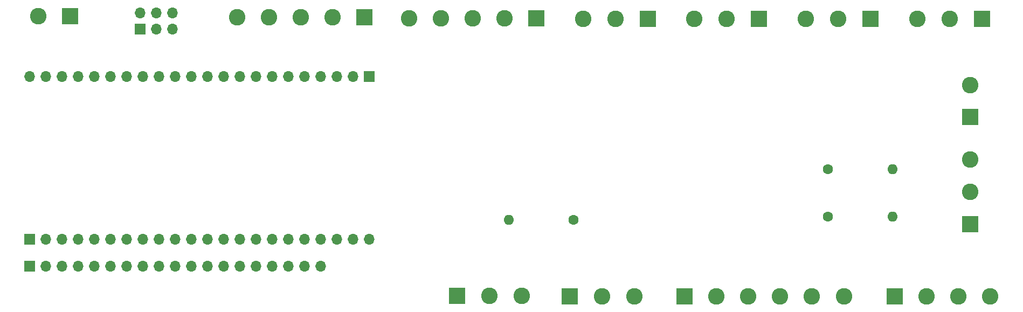
<source format=gbr>
%TF.GenerationSoftware,KiCad,Pcbnew,(6.0.10)*%
%TF.CreationDate,2025-06-24T19:53:16+02:00*%
%TF.ProjectId,esp_shield,6573705f-7368-4696-956c-642e6b696361,1.0*%
%TF.SameCoordinates,Original*%
%TF.FileFunction,Soldermask,Bot*%
%TF.FilePolarity,Negative*%
%FSLAX46Y46*%
G04 Gerber Fmt 4.6, Leading zero omitted, Abs format (unit mm)*
G04 Created by KiCad (PCBNEW (6.0.10)) date 2025-06-24 19:53:16*
%MOMM*%
%LPD*%
G01*
G04 APERTURE LIST*
%ADD10R,1.700000X1.700000*%
%ADD11O,1.700000X1.700000*%
%ADD12R,2.600000X2.600000*%
%ADD13C,2.600000*%
%ADD14O,1.600000X1.600000*%
%ADD15C,1.600000*%
G04 APERTURE END LIST*
D10*
%TO.C,J17*%
X89150000Y-116750000D03*
D11*
X91690000Y-116750000D03*
X94230000Y-116750000D03*
X96770000Y-116750000D03*
X99310000Y-116750000D03*
X101850000Y-116750000D03*
X104390000Y-116750000D03*
X106930000Y-116750000D03*
X109470000Y-116750000D03*
X112010000Y-116750000D03*
X114550000Y-116750000D03*
X117090000Y-116750000D03*
X119630000Y-116750000D03*
X122170000Y-116750000D03*
X124710000Y-116750000D03*
X127250000Y-116750000D03*
X129790000Y-116750000D03*
X132330000Y-116750000D03*
X134870000Y-116750000D03*
%TD*%
D10*
%TO.C,J16*%
X106500000Y-79500000D03*
D11*
X106500000Y-76960000D03*
X109040000Y-79500000D03*
X109040000Y-76960000D03*
X111580000Y-79500000D03*
X111580000Y-76960000D03*
%TD*%
D12*
%TO.C,J11*%
X168701000Y-77866001D03*
D13*
X163701000Y-77866001D03*
X158701000Y-77866001D03*
X153701000Y-77866001D03*
X148701000Y-77866001D03*
%TD*%
D12*
%TO.C,J15*%
X236817000Y-93341500D03*
D13*
X236817000Y-88341500D03*
%TD*%
D12*
%TO.C,J14*%
X95500000Y-77500000D03*
D13*
X90500000Y-77500000D03*
%TD*%
D10*
%TO.C,J2*%
X89130000Y-112500000D03*
D11*
X91670000Y-112500000D03*
X94210000Y-112500000D03*
X96750000Y-112500000D03*
X99290000Y-112500000D03*
X101830000Y-112500000D03*
X104370000Y-112500000D03*
X106910000Y-112500000D03*
X109450000Y-112500000D03*
X111990000Y-112500000D03*
X114530000Y-112500000D03*
X117070000Y-112500000D03*
X119610000Y-112500000D03*
X122150000Y-112500000D03*
X124690000Y-112500000D03*
X127230000Y-112500000D03*
X129770000Y-112500000D03*
X132310000Y-112500000D03*
X134850000Y-112500000D03*
X137390000Y-112500000D03*
X139930000Y-112500000D03*
X142470000Y-112500000D03*
%TD*%
D10*
%TO.C,J1*%
X142480000Y-87000000D03*
D11*
X139940000Y-87000000D03*
X137400000Y-87000000D03*
X134860000Y-87000000D03*
X132320000Y-87000000D03*
X129780000Y-87000000D03*
X127240000Y-87000000D03*
X124700000Y-87000000D03*
X122160000Y-87000000D03*
X119620000Y-87000000D03*
X117080000Y-87000000D03*
X114540000Y-87000000D03*
X112000000Y-87000000D03*
X109460000Y-87000000D03*
X106920000Y-87000000D03*
X104380000Y-87000000D03*
X101840000Y-87000000D03*
X99300000Y-87000000D03*
X96760000Y-87000000D03*
X94220000Y-87000000D03*
X91680000Y-87000000D03*
X89140000Y-87000000D03*
%TD*%
D12*
%TO.C,J13*%
X225000000Y-121500000D03*
D13*
X230000000Y-121500000D03*
X235000000Y-121500000D03*
X240000000Y-121500000D03*
%TD*%
D12*
%TO.C,J12*%
X141701000Y-77695001D03*
D13*
X136701000Y-77695001D03*
X131701000Y-77695001D03*
X126701000Y-77695001D03*
X121701000Y-77695001D03*
%TD*%
D14*
%TO.C,R3*%
X224660000Y-101500000D03*
D15*
X214500000Y-101500000D03*
%TD*%
D14*
%TO.C,R2*%
X224660000Y-109000000D03*
D15*
X214500000Y-109000000D03*
%TD*%
D12*
%TO.C,J10*%
X192000000Y-121500000D03*
D13*
X197000000Y-121500000D03*
X202000000Y-121500000D03*
X207000000Y-121500000D03*
X212000000Y-121500000D03*
X217000000Y-121500000D03*
%TD*%
%TO.C,J9*%
X176041000Y-77890000D03*
X181121000Y-77890000D03*
D12*
X186201000Y-77890000D03*
%TD*%
%TO.C,J8*%
X203701000Y-77890000D03*
D13*
X198621000Y-77890000D03*
X193541000Y-77890000D03*
%TD*%
D12*
%TO.C,J7*%
X221201000Y-77890000D03*
D13*
X216121000Y-77890000D03*
X211041000Y-77890000D03*
%TD*%
D12*
%TO.C,J6*%
X238701000Y-77890000D03*
D13*
X233621000Y-77890000D03*
X228541000Y-77890000D03*
%TD*%
%TO.C,J5*%
X236817000Y-100023000D03*
X236817000Y-105103000D03*
D12*
X236817000Y-110183000D03*
%TD*%
D15*
%TO.C,R1*%
X174580000Y-109500000D03*
D14*
X164420000Y-109500000D03*
%TD*%
D13*
%TO.C,J4*%
X166383000Y-121427000D03*
X161303000Y-121427000D03*
D12*
X156223000Y-121427000D03*
%TD*%
%TO.C,J3*%
X173915000Y-121500000D03*
D13*
X178995000Y-121500000D03*
X184075000Y-121500000D03*
%TD*%
M02*

</source>
